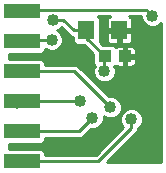
<source format=gbl>
G75*
G70*
%OFA0B0*%
%FSLAX24Y24*%
%IPPOS*%
%LPD*%
%AMOC8*
5,1,8,0,0,1.08239X$1,22.5*
%
%ADD10R,0.0433X0.0394*%
%ADD11R,0.0551X0.0630*%
%ADD12R,0.1200X0.0500*%
%ADD13C,0.0100*%
%ADD14C,0.0400*%
D10*
X006600Y004002D03*
X007270Y004002D03*
D11*
X007086Y004872D03*
X005984Y004872D03*
D12*
X003835Y004502D03*
X003835Y005502D03*
X003835Y003502D03*
X003835Y002502D03*
X003835Y001502D03*
X003835Y000502D03*
D13*
X003405Y000922D02*
X003405Y001082D01*
X004505Y001082D01*
X004605Y001182D01*
X004605Y001282D01*
X005644Y001282D01*
X005826Y001282D01*
X006126Y001582D01*
X006258Y001582D01*
X006394Y001638D01*
X006499Y001742D01*
X006555Y001878D01*
X006555Y002009D01*
X006575Y001988D01*
X006711Y001932D01*
X006858Y001932D01*
X006994Y001988D01*
X007099Y002092D01*
X007155Y002228D01*
X007155Y002376D01*
X007099Y002512D01*
X006994Y002616D01*
X006858Y002672D01*
X006726Y002672D01*
X005676Y003722D01*
X005494Y003722D01*
X004605Y003722D01*
X004605Y003822D01*
X004505Y003922D01*
X003405Y003922D01*
X003405Y004082D01*
X004505Y004082D01*
X004605Y004182D01*
X004605Y004259D01*
X004625Y004238D01*
X004761Y004182D01*
X004908Y004182D01*
X005044Y004238D01*
X005149Y004342D01*
X005205Y004478D01*
X005205Y004626D01*
X005149Y004762D01*
X005044Y004866D01*
X005018Y004877D01*
X005094Y004908D01*
X005151Y004965D01*
X005335Y004781D01*
X005464Y004652D01*
X005538Y004652D01*
X005538Y004487D01*
X005638Y004387D01*
X005904Y004387D01*
X006214Y004077D01*
X006214Y003735D01*
X006261Y003687D01*
X006215Y003576D01*
X006215Y003428D01*
X006271Y003292D01*
X006375Y003188D01*
X006511Y003132D01*
X006658Y003132D01*
X006794Y003188D01*
X006899Y003292D01*
X006955Y003428D01*
X006955Y003576D01*
X006918Y003666D01*
X006949Y003697D01*
X006961Y003685D01*
X006995Y003665D01*
X007033Y003655D01*
X007221Y003655D01*
X007221Y003953D01*
X007318Y003953D01*
X007318Y003655D01*
X007506Y003655D01*
X007544Y003665D01*
X007578Y003685D01*
X007606Y003713D01*
X007626Y003747D01*
X007636Y003785D01*
X007636Y003953D01*
X007318Y003953D01*
X007318Y004050D01*
X007636Y004050D01*
X007636Y004219D01*
X007626Y004257D01*
X007606Y004291D01*
X007578Y004319D01*
X007544Y004339D01*
X007506Y004349D01*
X007318Y004349D01*
X007318Y004051D01*
X007221Y004051D01*
X007221Y004349D01*
X007033Y004349D01*
X006995Y004339D01*
X006961Y004319D01*
X006949Y004307D01*
X006887Y004369D01*
X006544Y004369D01*
X006428Y004485D01*
X006429Y004487D01*
X006429Y005257D01*
X006355Y005332D01*
X006773Y005332D01*
X006753Y005327D01*
X006718Y005307D01*
X006690Y005279D01*
X006671Y005245D01*
X006660Y005207D01*
X006660Y004922D01*
X007036Y004922D01*
X007036Y004822D01*
X006660Y004822D01*
X006660Y004537D01*
X006671Y004499D01*
X006690Y004465D01*
X006718Y004437D01*
X006753Y004417D01*
X006791Y004407D01*
X007036Y004407D01*
X007036Y004822D01*
X007136Y004822D01*
X007136Y004922D01*
X007512Y004922D01*
X007512Y005207D01*
X007501Y005245D01*
X007482Y005279D01*
X007454Y005307D01*
X007420Y005327D01*
X007400Y005332D01*
X007815Y005332D01*
X007815Y005278D01*
X007482Y005278D01*
X007512Y005179D02*
X007856Y005179D01*
X007871Y005142D02*
X007815Y005278D01*
X007871Y005142D02*
X007975Y005038D01*
X008111Y004982D01*
X007512Y004982D01*
X007512Y005081D02*
X007933Y005081D01*
X008111Y004982D02*
X008258Y004982D01*
X008394Y005038D01*
X008465Y005109D01*
X008465Y000472D01*
X006666Y000472D01*
X007705Y001511D01*
X007705Y001599D01*
X007799Y001692D01*
X007855Y001828D01*
X007855Y001976D01*
X007799Y002112D01*
X007694Y002216D01*
X007558Y002272D01*
X007411Y002272D01*
X007275Y002216D01*
X007171Y002112D01*
X007115Y001976D01*
X007115Y001828D01*
X007171Y001692D01*
X007218Y001646D01*
X006294Y000722D01*
X004605Y000722D01*
X004605Y000822D01*
X004505Y000922D01*
X003405Y000922D01*
X003405Y000942D02*
X006514Y000942D01*
X006612Y001040D02*
X003405Y001040D01*
X003835Y001502D02*
X005735Y001502D01*
X006185Y001952D01*
X006534Y001829D02*
X007115Y001829D01*
X007115Y001927D02*
X006555Y001927D01*
X006486Y001730D02*
X007156Y001730D01*
X007203Y001632D02*
X006378Y001632D01*
X006077Y001533D02*
X007105Y001533D01*
X007006Y001434D02*
X005979Y001434D01*
X005880Y001336D02*
X006908Y001336D01*
X006809Y001237D02*
X004605Y001237D01*
X004562Y001139D02*
X006711Y001139D01*
X006415Y000843D02*
X004584Y000843D01*
X004605Y000745D02*
X006316Y000745D01*
X006385Y000502D02*
X003835Y000502D01*
X003635Y002302D02*
X003835Y002502D01*
X005785Y002502D01*
X006288Y003110D02*
X008465Y003110D01*
X008465Y003011D02*
X006387Y003011D01*
X006485Y002913D02*
X008465Y002913D01*
X008465Y002814D02*
X006584Y002814D01*
X006682Y002716D02*
X008465Y002716D01*
X008465Y002617D02*
X006991Y002617D01*
X007092Y002518D02*
X008465Y002518D01*
X008465Y002420D02*
X007136Y002420D01*
X007155Y002321D02*
X008465Y002321D01*
X008465Y002223D02*
X007677Y002223D01*
X007786Y002124D02*
X008465Y002124D01*
X008465Y002026D02*
X007834Y002026D01*
X007855Y001927D02*
X008465Y001927D01*
X008465Y001829D02*
X007855Y001829D01*
X007814Y001730D02*
X008465Y001730D01*
X008465Y001632D02*
X007738Y001632D01*
X007705Y001533D02*
X008465Y001533D01*
X008465Y001434D02*
X007628Y001434D01*
X007530Y001336D02*
X008465Y001336D01*
X008465Y001237D02*
X007431Y001237D01*
X007333Y001139D02*
X008465Y001139D01*
X008465Y001040D02*
X007234Y001040D01*
X007136Y000942D02*
X008465Y000942D01*
X008465Y000843D02*
X007037Y000843D01*
X006939Y000745D02*
X008465Y000745D01*
X008465Y000646D02*
X006840Y000646D01*
X006742Y000548D02*
X008465Y000548D01*
X007485Y001602D02*
X006385Y000502D01*
X007485Y001602D02*
X007485Y001902D01*
X007184Y002124D02*
X007112Y002124D01*
X007136Y002026D02*
X007032Y002026D01*
X007153Y002223D02*
X007293Y002223D01*
X006785Y002302D02*
X005585Y003502D01*
X003835Y003502D01*
X003405Y003997D02*
X006214Y003997D01*
X006214Y003898D02*
X004529Y003898D01*
X004605Y003800D02*
X006214Y003800D01*
X006247Y003701D02*
X005697Y003701D01*
X005795Y003602D02*
X006226Y003602D01*
X006215Y003504D02*
X005894Y003504D01*
X005993Y003405D02*
X006224Y003405D01*
X006265Y003307D02*
X006091Y003307D01*
X006190Y003208D02*
X006355Y003208D01*
X006585Y003502D02*
X006585Y003987D01*
X006600Y004002D01*
X005984Y004619D01*
X005984Y004872D01*
X005555Y004872D01*
X005205Y005222D01*
X004885Y005222D01*
X005035Y004884D02*
X005232Y004884D01*
X005331Y004785D02*
X005125Y004785D01*
X005180Y004686D02*
X005429Y004686D01*
X005538Y004588D02*
X005205Y004588D01*
X005205Y004489D02*
X005538Y004489D01*
X005634Y004391D02*
X005169Y004391D01*
X005098Y004292D02*
X005999Y004292D01*
X006097Y004194D02*
X004937Y004194D01*
X004733Y004194D02*
X004605Y004194D01*
X004518Y004095D02*
X006196Y004095D01*
X006522Y004391D02*
X008465Y004391D01*
X008465Y004489D02*
X007496Y004489D01*
X007501Y004499D02*
X007512Y004537D01*
X007512Y004822D01*
X007136Y004822D01*
X007136Y004407D01*
X007381Y004407D01*
X007420Y004417D01*
X007454Y004437D01*
X007482Y004465D01*
X007501Y004499D01*
X007512Y004588D02*
X008465Y004588D01*
X008465Y004686D02*
X007512Y004686D01*
X007512Y004785D02*
X008465Y004785D01*
X008465Y004884D02*
X007136Y004884D01*
X007136Y004785D02*
X007036Y004785D01*
X007036Y004884D02*
X006429Y004884D01*
X006429Y004785D02*
X006660Y004785D01*
X006660Y004686D02*
X006429Y004686D01*
X006429Y004588D02*
X006660Y004588D01*
X006676Y004489D02*
X006429Y004489D01*
X006429Y004982D02*
X006660Y004982D01*
X006660Y005081D02*
X006429Y005081D01*
X006429Y005179D02*
X006660Y005179D01*
X006690Y005278D02*
X006409Y005278D01*
X007036Y004686D02*
X007136Y004686D01*
X007136Y004588D02*
X007036Y004588D01*
X007036Y004489D02*
X007136Y004489D01*
X007221Y004292D02*
X007318Y004292D01*
X007318Y004194D02*
X007221Y004194D01*
X007221Y004095D02*
X007318Y004095D01*
X007318Y003997D02*
X008465Y003997D01*
X008465Y003898D02*
X007636Y003898D01*
X007636Y003800D02*
X008465Y003800D01*
X008465Y003701D02*
X007594Y003701D01*
X007318Y003701D02*
X007221Y003701D01*
X007221Y003800D02*
X007318Y003800D01*
X007318Y003898D02*
X007221Y003898D01*
X006944Y003602D02*
X008465Y003602D01*
X008465Y003504D02*
X006955Y003504D01*
X006945Y003405D02*
X008465Y003405D01*
X008465Y003307D02*
X006904Y003307D01*
X006814Y003208D02*
X008465Y003208D01*
X008465Y004095D02*
X007636Y004095D01*
X007636Y004194D02*
X008465Y004194D01*
X008465Y004292D02*
X007605Y004292D01*
X008259Y004982D02*
X008465Y004982D01*
X008465Y005081D02*
X008437Y005081D01*
X008185Y005352D02*
X008185Y005402D01*
X007985Y005552D01*
X003535Y005552D01*
X003835Y005502D01*
X003835Y004502D02*
X003485Y004552D01*
X004835Y004552D01*
D14*
X004835Y004552D03*
X004885Y005222D03*
X006585Y003502D03*
X006785Y002922D03*
X006785Y002302D03*
X006185Y001952D03*
X005785Y002502D03*
X007485Y001902D03*
X007735Y000772D03*
X007635Y003102D03*
X008235Y004652D03*
X008185Y005352D03*
M02*

</source>
